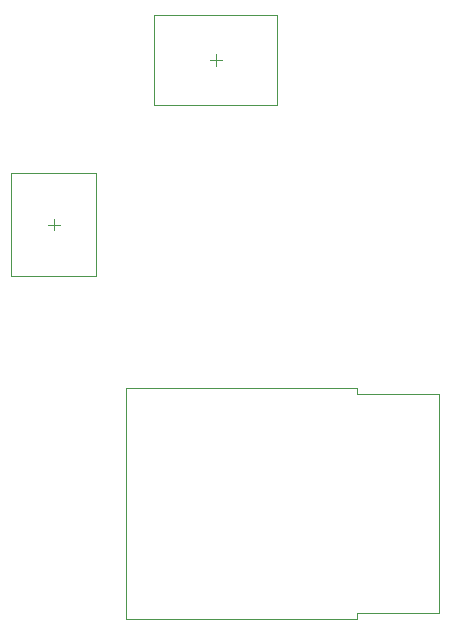
<source format=gbr>
%TF.GenerationSoftware,Altium Limited,Altium Designer,25.7.1 (20)*%
G04 Layer_Color=32768*
%FSLAX45Y45*%
%MOMM*%
%TF.SameCoordinates,81D67EAA-D314-4BFC-ACE0-956B7E053A61*%
%TF.FilePolarity,Positive*%
%TF.FileFunction,Other,Mechanical_15*%
%TF.Part,Single*%
G01*
G75*
%TA.AperFunction,NonConductor*%
%ADD54C,0.10000*%
%ADD87C,0.05000*%
D54*
X15113803Y8864600D02*
X15213802D01*
X15163800Y8814603D02*
Y8914602D01*
X14803801Y8429600D02*
Y9299600D01*
X15523799Y8429600D02*
Y9299600D01*
X14803801D02*
X15523799D01*
X14803801Y8429600D02*
X15523799D01*
X16485403Y10258298D02*
X16585402D01*
X16535400Y10208301D02*
Y10308300D01*
D87*
X16015401Y9877298D02*
Y10639298D01*
X17055399Y9877298D02*
Y10639298D01*
X16015401D02*
X17055399D01*
X16015401Y9877298D02*
X17055399D01*
X17727000Y5578302D02*
X18426999D01*
X17727000Y5528300D02*
Y5578302D01*
X15777002Y5528300D02*
X17727000D01*
X15777002D02*
Y7478298D01*
X17727000D01*
Y7428301D02*
Y7478298D01*
Y7428301D02*
X18426999D01*
Y5578302D02*
Y7428301D01*
%TF.MD5,8acb1555f9952cb90ee6a2812d60170b*%
M02*

</source>
